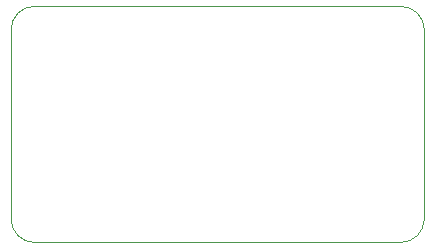
<source format=gbr>
%TF.GenerationSoftware,KiCad,Pcbnew,8.0.0*%
%TF.CreationDate,2024-03-05T20:17:21-06:00*%
%TF.ProjectId,rigel-a-hw,72696765-6c2d-4612-9d68-772e6b696361,rev?*%
%TF.SameCoordinates,Original*%
%TF.FileFunction,Profile,NP*%
%FSLAX46Y46*%
G04 Gerber Fmt 4.6, Leading zero omitted, Abs format (unit mm)*
G04 Created by KiCad (PCBNEW 8.0.0) date 2024-03-05 20:17:21*
%MOMM*%
%LPD*%
G01*
G04 APERTURE LIST*
%TA.AperFunction,Profile*%
%ADD10C,0.100000*%
%TD*%
G04 APERTURE END LIST*
D10*
X135000000Y-102000000D02*
X135000000Y-118000000D01*
X100000000Y-118000000D02*
X100000000Y-102000000D01*
X133000000Y-120000000D02*
X102000000Y-120000000D01*
X135000000Y-118000000D02*
G75*
G02*
X133000000Y-120000000I-2000000J0D01*
G01*
X102000000Y-120000000D02*
G75*
G02*
X100000000Y-118000000I0J2000000D01*
G01*
X100000000Y-102000000D02*
G75*
G02*
X102000000Y-100000000I2000000J0D01*
G01*
X133000000Y-100000000D02*
G75*
G02*
X135000000Y-102000000I0J-2000000D01*
G01*
X102000000Y-100000000D02*
X133000000Y-100000000D01*
M02*

</source>
